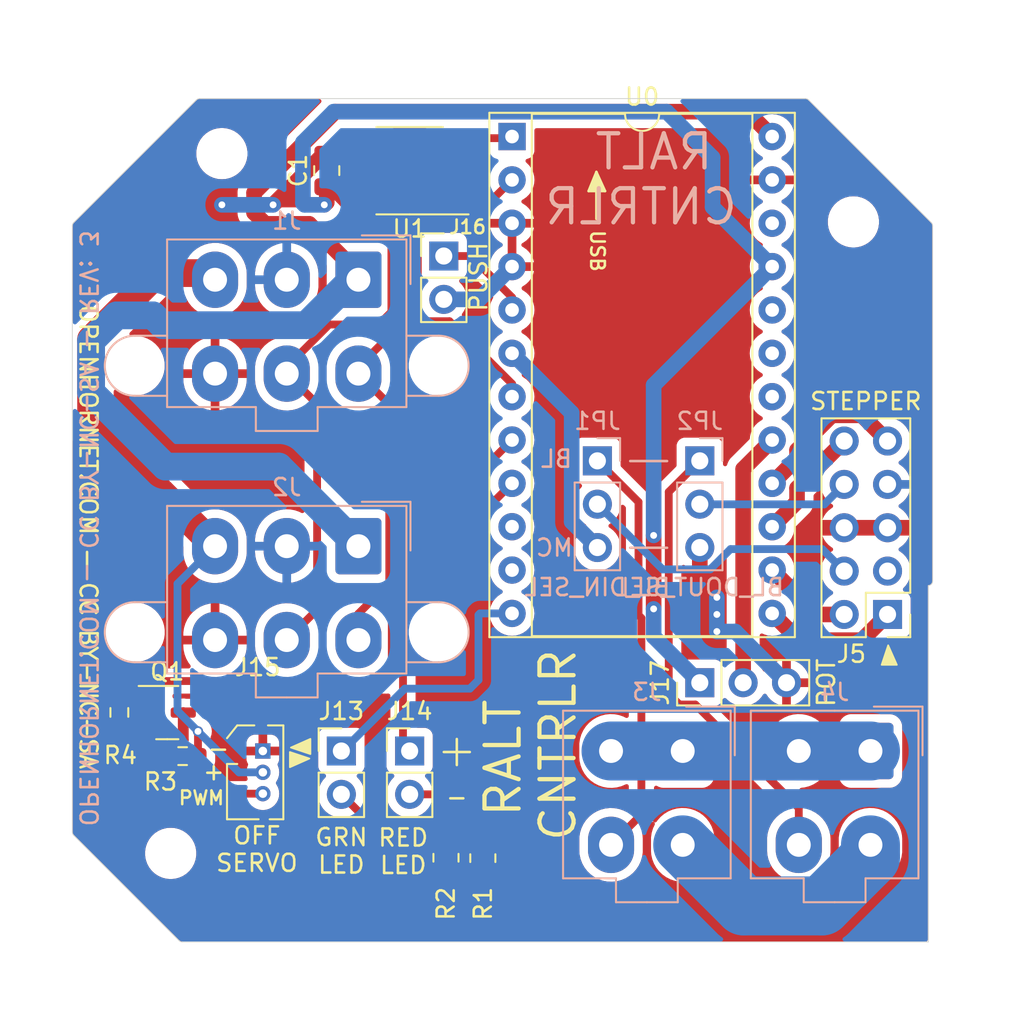
<source format=kicad_pcb>
(kicad_pcb (version 20221018) (generator pcbnew)
  (title_block (title "ABSIS NANO 2.0") (date "2024-03-09") (rev "3") (company "OPENHORNET") (comment 1 "CC BY-NC-SA"))
  (layers (0 "F.Cu" signal) (31 "B.Cu" signal) (34 "B.Paste" user) (35 "F.Paste" user) (36 "B.SilkS" user "B.Silkscreen") (37 "F.SilkS" user "F.Silkscreen") (38 "B.Mask" user) (39 "F.Mask" user) (44 "Edge.Cuts" user))
  (net 0 "")
  (net 1 "GND")
  (net 2 "+5V")
  (net 3 "/A3")
  (net 4 "/A2")
  (net 5 "/A1")
  (net 6 "/A0")
  (net 7 "/+12V_SUPPLY")
  (net 8 "/+5V_SUPPLY")
  (net 9 "/BUS-A")
  (net 10 "/BUS-B")
  (net 11 "/DATAIN")
  (net 12 "/LEDGND")
  (net 13 "/LED+5V")
  (net 14 "/DATAOUT")
  (net 15 "/~{D10A10}")
  (net 16 "/D14MISO")
  (net 17 "/LED_DOUT")
  (net 18 "/LED_DIN")
  (net 20 "/D16MOSI")
  (net 21 "/D15SCK")
  (net 22 "/~{D9A9}")
  (net 23 "/~{D6A7}")
  (net 24 "/~{D5}")
  (net 25 "/SDAD2")
  (net 26 "/D8A8")
  (net 27 "/D7")
  (net 28 "/D4A6")
  (net 29 "/RX1D0")
  (net 30 "/TX0D1")
  (net 31 "/~{SCLD3}")
  (net 32 "Net-(J13-Pin_2)")
  (net 33 "Net-(J14-Pin_2)")
  (net 34 "+3V3")
  (net 35 "Net-(J15-Pin_3)")
  (net 36 "Net-(Q1-G)")
  (footprint "Connector_PinHeader_2.54mm:PinHeader_2x05_P2.54mm_Vertical" (layer "F.Cu") (at 73.81 77.81 180)
    (fp_text reference "J5" (at 2.122 -2.316) (layer "F.SilkS"))
    (fp_text value "STEPPER" (at 1.27 12.49) (layer "F.SilkS"))
    (fp_line (start -1.33 -1.33) (end 0 -1.33) (stroke (width 0.12)) (layer "F.SilkS"))
    (fp_line (start -1.33 0) (end -1.33 -1.33) (stroke (width 0.12)) (layer "F.SilkS"))
    (fp_line (start -1.33 1.27) (end -1.33 11.49) (stroke (width 0.12)) (layer "F.SilkS"))
    (fp_line (start -1.33 1.27) (end 1.27 1.27) (stroke (width 0.12)) (layer "F.SilkS"))
    (fp_line (start -1.33 11.49) (end 3.87 11.49) (stroke (width 0.12)) (layer "F.SilkS"))
    (fp_line (start 1.27 -1.33) (end 3.87 -1.33) (stroke (width 0.12)) (layer "F.SilkS"))
    (fp_line (start 1.27 1.27) (end 1.27 -1.33) (stroke (width 0.12)) (layer "F.SilkS"))
    (fp_line (start 3.87 -1.33) (end 3.87 11.49) (stroke (width 0.12)) (layer "F.SilkS"))
    (pad "1" thru_hole rect (at 0 0 180) (size 1.7 1.7) (drill 1) (layers "*.Cu" "*.Mask") (net 15 "/~{D10A10}"))
    (pad "2" thru_hole oval (at 2.54 0 180) (size 1.7 1.7) (drill 1) (layers "*.Cu" "*.Mask") (net 20 "/D16MOSI"))
    (pad "3" thru_hole oval (at 0 2.54 180) (size 1.7 1.7) (drill 1) (layers "*.Cu" "*.Mask"))
    (pad "4" thru_hole oval (at 2.54 2.54 180) (size 1.7 1.7) (drill 1) (layers "*.Cu" "*.Mask") (net 18 "/LED_DIN"))
    (pad "5" thru_hole oval (at 0 5.08 180) (size 1.7 1.7) (drill 1) (layers "*.Cu" "*.Mask") (net 1 "GND"))
    (pad "6" thru_hole oval (at 2.54 5.08 180) (size 1.7 1.7) (drill 1) (layers "*.Cu" "*.Mask") (net 1 "GND"))
    (pad "7" thru_hole oval (at 0 7.62 180) (size 1.7 1.7) (drill 1) (layers "*.Cu" "*.Mask") (net 8 "/+5V_SUPPLY"))
    (pad "8" thru_hole oval (at 2.54 7.62 180) (size 1.7 1.7) (drill 1) (layers "*.Cu" "*.Mask") (net 17 "/LED_DOUT"))
    (pad "9" thru_hole oval (at 0 10.16 180) (size 1.7 1.7) (drill 1) (layers "*.Cu" "*.Mask") (net 21 "/D15SCK"))
    (pad "10" thru_hole oval (at 2.54 10.16 180) (size 1.7 1.7) (drill 1) (layers "*.Cu" "*.Mask") (net 16 "/D14MISO"))
  )
  (footprint "Connector_PinHeader_2.54mm:PinHeader_1x02_P2.54mm_Vertical" (layer "F.Cu") (at 41.81 85.81)
    (fp_text reference "J13" (at 0 -2.33) (layer "F.SilkS"))
    (fp_text value "GRN_LED")
    (fp_line (start -1.33 -1.33) (end 0 -1.33) (stroke (width 0.12)) (layer "F.SilkS"))
    (fp_line (start -1.33 0) (end -1.33 -1.33) (stroke (width 0.12)) (layer "F.SilkS"))
    (fp_line (start -1.33 1.27) (end -1.33 3.87) (stroke (width 0.12)) (layer "F.SilkS"))
    (fp_line (start -1.33 1.27) (end 1.33 1.27) (stroke (width 0.12)) (layer "F.SilkS"))
    (fp_line (start -1.33 3.87) (end 1.33 3.87) (stroke (width 0.12)) (layer "F.SilkS"))
    (fp_line (start 1.33 1.27) (end 1.33 3.87) (stroke (width 0.12)) (layer "F.SilkS"))
    (pad "1" thru_hole rect (at 0 0) (size 1.7 1.7) (drill 1) (layers "*.Cu" "*.Mask") (net 22 "/~{D9A9}"))
    (pad "2" thru_hole oval (at 0 2.54) (size 1.7 1.7) (drill 1) (layers "*.Cu" "*.Mask") (net 32 "Net-(J13-Pin_2)"))
  )
  (footprint "Connector_PinHeader_2.54mm:PinHeader_1x02_P2.54mm_Vertical" (layer "F.Cu") (at 45.81 85.81)
    (fp_text reference "J14" (at 0 -2.33) (layer "F.SilkS"))
    (fp_text value "RED_LED")
    (fp_line (start -1.33 -1.33) (end 0 -1.33) (stroke (width 0.12)) (layer "F.SilkS"))
    (fp_line (start -1.33 0) (end -1.33 -1.33) (stroke (width 0.12)) (layer "F.SilkS"))
    (fp_line (start -1.33 1.27) (end -1.33 3.87) (stroke (width 0.12)) (layer "F.SilkS"))
    (fp_line (start -1.33 1.27) (end 1.33 1.27) (stroke (width 0.12)) (layer "F.SilkS"))
    (fp_line (start -1.33 3.87) (end 1.33 3.87) (stroke (width 0.12)) (layer "F.SilkS"))
    (fp_line (start 1.33 1.27) (end 1.33 3.87) (stroke (width 0.12)) (layer "F.SilkS"))
    (pad "1" thru_hole rect (at 0 0) (size 1.7 1.7) (drill 1) (layers "*.Cu" "*.Mask") (net 23 "/~{D6A7}"))
    (pad "2" thru_hole oval (at 0 2.54) (size 1.7 1.7) (drill 1) (layers "*.Cu" "*.Mask") (net 33 "Net-(J14-Pin_2)"))
  )
  (footprint "OH_Footprints:Adam-Tech_1x03_P1.25mm_Vertical" (layer "F.Cu") (at 37.21 85.81)
    (fp_text reference "J15" (at -0.3 -4.9) (layer "F.SilkS"))
    (fp_text value "OFF_SERVO")
    (fp_line (start -2.1 -0.75) (end -1.5 -1.5) (stroke (width 0.12)) (layer "F.SilkS"))
    (fp_line (start -2.1 0.76) (end -2.1 4) (stroke (width 0.12)) (layer "F.SilkS"))
    (fp_line (start -2.1 0.76) (end -1.5 0.76) (stroke (width 0.12)) (layer "F.SilkS"))
    (fp_line (start -2.1 4) (end -0.25 4) (stroke (width 0.12)) (layer "F.SilkS"))
    (fp_line (start -1.5 -1.5) (end -0.5 -1.5) (stroke (width 0.12)) (layer "F.SilkS"))
    (fp_line (start 0.3 -1.5) (end 1.2 -1.5) (stroke (width 0.12)) (layer "F.SilkS"))
    (fp_line (start 0.4 4) (end 1.2 4) (stroke (width 0.12)) (layer "F.SilkS"))
    (fp_line (start 1.2 -1.5) (end 1.2 4) (stroke (width 0.12)) (layer "F.SilkS"))
    (pad "1" thru_hole rect (at 0 0) (size 0.9 0.9) (drill 0.5) (layers "*.Cu" "*.Mask") (net 1 "GND"))
    (pad "2" thru_hole oval (at 0 1.25) (size 0.9 0.9) (drill 0.5) (layers "*.Cu" "*.Mask") (net 34 "+3V3"))
    (pad "3" thru_hole oval (at 0 2.5) (size 0.9 0.9) (drill 0.5) (layers "*.Cu" "*.Mask") (net 35 "Net-(J15-Pin_3)"))
  )
  (footprint "Connector_PinHeader_2.54mm:PinHeader_1x03_P2.54mm_Vertical" (layer "F.Cu") (at 62.81 81.81 90)
    (fp_text reference "J17" (at 0 -2.33 90) (layer "F.SilkS"))
    (fp_text value "POT" (at 0 7.41 90) (layer "F.SilkS"))
    (fp_line (start -1.33 -1.33) (end 0 -1.33) (stroke (width 0.12)) (layer "F.SilkS"))
    (fp_line (start -1.33 0) (end -1.33 -1.33) (stroke (width 0.12)) (layer "F.SilkS"))
    (fp_line (start -1.33 1.27) (end -1.33 6.41) (stroke (width 0.12)) (layer "F.SilkS"))
    (fp_line (start -1.33 1.27) (end 1.33 1.27) (stroke (width 0.12)) (layer "F.SilkS"))
    (fp_line (start -1.33 6.41) (end 1.33 6.41) (stroke (width 0.12)) (layer "F.SilkS"))
    (fp_line (start 1.33 1.27) (end 1.33 6.41) (stroke (width 0.12)) (layer "F.SilkS"))
    (pad "1" thru_hole rect (at 0 0 90) (size 1.7 1.7) (drill 1) (layers "*.Cu" "*.Mask") (net 2 "+5V"))
    (pad "2" thru_hole oval (at 0 2.54 90) (size 1.7 1.7) (drill 1) (layers "*.Cu" "*.Mask") (net 6 "/A0"))
    (pad "3" thru_hole oval (at 0 5.08 90) (size 1.7 1.7) (drill 1) (layers "*.Cu" "*.Mask") (net 1 "GND"))
  )
  (footprint "MountingHole:MountingHole_2.5mm" (layer "F.Cu") (at 34.81 50.81)
    (fp_text reference "MK1" hide)
    (fp_text value "MH")
    (pad "" np_thru_hole circle (at 0 0) (size 2.5 2.5) (drill 2.5) (layers "*.Cu" "*.Mask"))
  )
  (footprint "MountingHole:MountingHole_2.5mm" (layer "F.Cu") (at 31.81 91.81)
    (fp_text reference "MK2" hide)
    (fp_text value "MH")
    (pad "" np_thru_hole circle (at 0 0) (size 2.5 2.5) (drill 2.5) (layers "*.Cu" "*.Mask"))
  )
  (footprint "MountingHole:MountingHole_2.5mm" (layer "F.Cu") (at 71.81 54.81)
    (fp_text reference "MK3" hide)
    (fp_text value "MH")
    (pad "" np_thru_hole circle (at 0 0) (size 2.5 2.5) (drill 2.5) (layers "*.Cu" "*.Mask"))
  )
  (footprint "Package_DIP:DIP-24_W15.24mm_Socket" (layer "F.Cu") (at 51.81 49.81)
    (fp_text reference "U0" (at 7.62 -2.33) (layer "F.SilkS"))
    (fp_text value "ProMicro")
    (fp_line (start -1.33 -1.39) (end -1.33 29.33) (stroke (width 0.12)) (layer "F.SilkS"))
    (fp_line (start -1.33 29.33) (end 16.57 29.33) (stroke (width 0.12)) (layer "F.SilkS"))
    (fp_line (start 1.16 -1.33) (end 1.16 29.27) (stroke (width 0.12)) (layer "F.SilkS"))
    (fp_line (start 1.16 29.27) (end 14.08 29.27) (stroke (width 0.12)) (layer "F.SilkS"))
    (fp_line (start 6.62 -1.33) (end 1.16 -1.33) (stroke (width 0.12)) (layer "F.SilkS"))
    (fp_line (start 14.08 -1.33) (end 8.62 -1.33) (stroke (width 0.12)) (layer "F.SilkS"))
    (fp_line (start 14.08 29.27) (end 14.08 -1.33) (stroke (width 0.12)) (layer "F.SilkS"))
    (fp_line (start 16.57 -1.39) (end -1.33 -1.39) (stroke (width 0.12)) (layer "F.SilkS"))
    (fp_line (start 16.57 29.33) (end 16.57 -1.39) (stroke (width 0.12)) (layer "F.SilkS"))
    (fp_arc (start 8.62 -1.33) (mid 7.62 -0.33) (end 6.62 -1.33) (stroke (width 0.12)) (layer "F.SilkS"))
    (pad "1" thru_hole rect (at 0 0) (size 1.6 1.6) (drill 0.8) (layers "*.Cu" "*.Mask") (net 30 "/TX0D1"))
    (pad "2" thru_hole oval (at 0 2.54) (size 1.6 1.6) (drill 0.8) (layers "*.Cu" "*.Mask") (net 29 "/RX1D0"))
    (pad "3" thru_hole oval (at 0 5.08) (size 1.6 1.6) (drill 0.8) (layers "*.Cu" "*.Mask") (net 1 "GND"))
    (pad "4" thru_hole oval (at 0 7.62) (size 1.6 1.6) (drill 0.8) (layers "*.Cu" "*.Mask") (net 1 "GND"))
    (pad "5" thru_hole oval (at 0 10.16) (size 1.6 1.6) (drill 0.8) (layers "*.Cu" "*.Mask") (net 25 "/SDAD2"))
    (pad "6" thru_hole oval (at 0 12.7) (size 1.6 1.6) (drill 0.8) (layers "*.Cu" "*.Mask") (net 31 "/~{SCLD3}"))
    (pad "7" thru_hole oval (at 0 15.24) (size 1.6 1.6) (drill 0.8) (layers "*.Cu" "*.Mask") (net 28 "/D4A6"))
    (pad "8" thru_hole oval (at 0 17.78) (size 1.6 1.6) (drill 0.8) (layers "*.Cu" "*.Mask") (net 24 "/~{D5}"))
    (pad "9" thru_hole oval (at 0 20.32) (size 1.6 1.6) (drill 0.8) (layers "*.Cu" "*.Mask") (net 23 "/~{D6A7}"))
    (pad "10" thru_hole oval (at 0 22.86) (size 1.6 1.6) (drill 0.8) (layers "*.Cu" "*.Mask") (net 27 "/D7"))
    (pad "11" thru_hole oval (at 0 25.4) (size 1.6 1.6) (drill 0.8) (layers "*.Cu" "*.Mask") (net 26 "/D8A8"))
    (pad "12" thru_hole oval (at 0 27.94) (size 1.6 1.6) (drill 0.8) (layers "*.Cu" "*.Mask") (net 22 "/~{D9A9}"))
    (pad "13" thru_hole oval (at 15.24 27.94) (size 1.6 1.6) (drill 0.8) (layers "*.Cu" "*.Mask") (net 15 "/~{D10A10}"))
    (pad "14" thru_hole oval (at 15.24 25.4) (size 1.6 1.6) (drill 0.8) (layers "*.Cu" "*.Mask") (net 20 "/D16MOSI"))
    (pad "15" thru_hole oval (at 15.24 22.86) (size 1.6 1.6) (drill 0.8) (layers "*.Cu" "*.Mask") (net 16 "/D14MISO"))
    (pad "16" thru_hole oval (at 15.24 20.32) (size 1.6 1.6) (drill 0.8) (layers "*.Cu" "*.Mask") (net 21 "/D15SCK"))
    (pad "17" thru_hole oval (at 15.24 17.78) (size 1.6 1.6) (drill 0.8) (layers "*.Cu" "*.Mask") (net 6 "/A0"))
    (pad "18" thru_hole oval (at 15.24 15.24) (size 1.6 1.6) (drill 0.8) (layers "*.Cu" "*.Mask") (net 5 "/A1"))
    (pad "19" thru_hole oval (at 15.24 12.7) (size 1.6 1.6) (drill 0.8) (layers "*.Cu" "*.Mask") (net 4 "/A2"))
    (pad "20" thru_hole oval (at 15.24 10.16) (size 1.6 1.6) (drill 0.8) (layers "*.Cu" "*.Mask") (net 3 "/A3"))
    (pad "21" thru_hole oval (at 15.24 7.62) (size 1.6 1.6) (drill 0.8) (layers "*.Cu" "*.Mask") (net 2 "+5V"))
    (pad "22" thru_hole oval (at 15.24 5.08) (size 1.6 1.6) (drill 0.8) (layers "*.Cu" "*.Mask"))
    (pad "23" thru_hole oval (at 15.24 2.54) (size 1.6 1.6) (drill 0.8) (layers "*.Cu" "*.Mask") (net 1 "GND"))
    (pad "24" thru_hole oval (at 15.24 0) (size 1.6 1.6) (drill 0.8) (layers "*.Cu" "*.Mask") (net 7 "/+12V_SUPPLY"))
  )
  (footprint "Package_SO:SOIC-8_3.9x4.9mm_P1.27mm" (layer "F.Cu") (at 45.81 51.81 180)
    (fp_text reference "U1" (at 0 -3.4 180) (layer "F.SilkS"))
    (fp_text value "MAX487EESA+T")
    (fp_line (start 0 -2.56) (end -3.45 -2.56) (stroke (width 0.12)) (layer "F.SilkS"))
    (fp_line (start 0 -2.56) (end 1.95 -2.56) (stroke (width 0.12)) (layer "F.SilkS"))
    (fp_line (start 0 2.56) (end -1.95 2.56) (stroke (width 0.12)) (layer "F.SilkS"))
    (fp_line (start 0 2.56) (end 1.95 2.56) (stroke (width 0.12)) (layer "F.SilkS"))
    (pad "1" smd roundrect (at -2.475 -1.905 180) (size 1.95 0.6) (layers "F.Cu" "F.Paste" "F.Mask") (net 29 "/RX1D0"))
    (pad "2" smd roundrect (at -2.475 -0.635 180) (size 1.95 0.6) (layers "F.Cu" "F.Paste" "F.Mask") (net 28 "/D4A6"))
    (pad "3" smd roundrect (at -2.475 0.635 180) (size 1.95 0.6) (layers "F.Cu" "F.Paste" "F.Mask") (net 28 "/D4A6"))
    (pad "4" smd roundrect (at -2.475 1.905 180) (size 1.95 0.6) (layers "F.Cu" "F.Paste" "F.Mask") (net 30 "/TX0D1"))
    (pad "5" smd roundrect (at 2.475 1.905 180) (size 1.95 0.6) (layers "F.Cu" "F.Paste" "F.Mask") (net 1 "GND"))
    (pad "6" smd roundrect (at 2.475 0.635 180) (size 1.95 0.6) (layers "F.Cu" "F.Paste" "F.Mask") (net 9 "/BUS-A"))
    (pad "7" smd roundrect (at 2.475 -0.635 180) (size 1.95 0.6) (layers "F.Cu" "F.Paste" "F.Mask") (net 10 "/BUS-B"))
    (pad "8" smd roundrect (at 2.475 -1.905 180) (size 1.95 0.6) (layers "F.Cu" "F.Paste" "F.Mask") (net 2 "+5V"))
  )
  (footprint "Connector_PinHeader_2.54mm:PinHeader_1x02_P2.54mm_Vertical" (layer "F.Cu") (at 47.81 56.81)
    (fp_text reference "J16" (at 1.399 -1.703) (layer "F.SilkS") (effects (font (size 0.8 0.8))))
    (fp_text value "PUSH" (at 2.034 1.218 90) (layer "F.SilkS"))
    (fp_line (start -1.33 -1.33) (end 0 -1.33) (stroke (width 0.12)) (layer "F.SilkS"))
    (fp_line (start -1.33 0) (end -1.33 -1.33) (stroke (width 0.12)) (layer "F.SilkS"))
    (fp_line (start -1.33 1.27) (end -1.33 3.87) (stroke (width 0.12)) (layer "F.SilkS"))
    (fp_line (start -1.33 1.27) (end 1.33 1.27) (stroke (width 0.12)) (layer "F.SilkS"))
    (fp_line (start -1.33 3.87) (end 1.33 3.87) (stroke (width 0.12)) (layer "F.SilkS"))
    (fp_line (start 1.33 1.27) (end 1.33 3.87) (stroke (width 0.12)) (layer "F.SilkS"))
    (pad "1" thru_hole rect (at 0 0) (size 1.7 1.7) (drill 1) (layers "*.Cu" "*.Mask") (net 25 "/SDAD2"))
    (pad "2" thru_hole oval (at 0 2.54) (size 1.7 1.7) (drill 1) (layers "*.Cu" "*.Mask") (net 1 "GND"))
  )
  (footprint "Capacitor_SMD:C_0805_2012Metric" (layer "F.Cu") (at 40.954 51.805 90)
    (fp_text reference "C1" (at 0 -1.68 90) (layer "F.SilkS"))
    (fp_text value "0.1uF")
    (fp_line (start -0.261252 -0.735) (end 0.261252 -0.735) (stroke (width 0.12)) (layer "F.SilkS"))
    (fp_line (start -0.261252 0.735) (end 0.261252 0.735) (stroke (width 0.12)) (layer "F.SilkS"))
    (pad "1" smd roundrect (at -0.95 0 90) (size 1 1.45) (layers "F.Cu" "F.Paste" "F.Mask") (net 2 "+5V"))
    (pad "2" smd roundrect (at 0.95 0 90) (size 1 1.45) (layers "F.Cu" "F.Paste" "F.Mask") (net 1 "GND"))
  )
  (footprint "Resistor_SMD:R_0805_2012Metric" (layer "F.Cu") (at 47.939 92.064 -90)
    (fp_text reference "R1" (at 2.696 -2.171 -90) (layer "F.SilkS"))
    (fp_text value "120")
    (fp_line (start -0.227064 -0.735) (end 0.227064 -0.735) (stroke (width 0.12)) (layer "F.SilkS"))
    (fp_line (start -0.227064 0.735) (end 0.227064 0.735) (stroke (width 0.12)) (layer "F.SilkS"))
    (pad "1" smd roundrect (at -0.9125 0 270) (size 1.025 1.4) (layers "F.Cu" "F.Paste" "F.Mask") (roundrect_rratio 0.243902439) (net 1 "GND"))
    (pad "2" smd roundrect (at 0.9125 0 270) (size 1.025 1.4) (layers "F.Cu" "F.Paste" "F.Mask") (roundrect_rratio 0.243902439) (net 32 "Net-(J13-Pin_2)"))
  )
  (footprint "Resistor_SMD:R_0805_2012Metric" (layer "F.Cu") (at 50.098 92.0875 90)
    (fp_text reference "R2" (at -2.6725 -2.163 90) (layer "F.SilkS"))
    (fp_text value "120")
    (fp_line (start -0.227064 -0.735) (end 0.227064 -0.735) (stroke (width 0.12)) (layer "F.SilkS"))
    (fp_line (start -0.227064 0.735) (end 0.227064 0.735) (stroke (width 0.12)) (layer "F.SilkS"))
    (pad "1" smd roundrect (at -0.9125 0 90) (size 1.025 1.4) (layers "F.Cu" "F.Paste" "F.Mask") (roundrect_rratio 0.243902439) (net 1 "GND"))
    (pad "2" smd roundrect (at 0.9125 0 90) (size 1.025 1.4) (layers "F.Cu" "F.Paste" "F.Mask") (roundrect_rratio 0.243902439) (net 33 "Net-(J14-Pin_2)"))
  )
  (footprint "Resistor_SMD:R_0603_1608Metric_Pad0.98x0.95mm_HandSolder" (layer "F.Cu") (at 28.8025 83.55 90)
    (fp_text reference "R4" (at -2.51 0.0575 180) (layer "F.SilkS"))
    (fp_text value "470")
    (fp_line (start -0.254724 -0.5225) (end 0.254724 -0.5225) (stroke (width 0.12)) (layer "F.SilkS"))
    (fp_line (start -0.254724 0.5225) (end 0.254724 0.5225) (stroke (width 0.12)) (layer "F.SilkS"))
    (pad "1" smd roundrect (at -0.9125 0 90) (size 0.975 0.95) (layers "F.Cu" "F.Paste" "F.Mask") (net 24 "/~{D5}"))
    (pad "2" smd roundrect (at 0.9125 0 90) (size 0.975 0.95) (layers "F.Cu" "F.Paste" "F.Mask") (net 36 "Net-(Q1-G)"))
  )
  (footprint "Resistor_SMD:R_0603_1608Metric_Pad0.98x0.95mm_HandSolder" (layer "F.Cu") (at 32.51 86.11)
    (fp_text reference "R3" (at -1.3 1.5) (layer "F.SilkS"))
    (fp_text value "2.2k")
    (fp_line (start -0.254724 -0.5225) (end 0.254724 -0.5225) (stroke (width 0.12)) (layer "F.SilkS"))
    (fp_line (start -0.254724 0.5225) (end 0.254724 0.5225) (stroke (width 0.12)) (layer "F.SilkS"))
    (pad "1" smd roundrect (at -0.9125 0) (size 0.975 0.95) (layers "F.Cu" "F.Paste" "F.Mask") (net 35 "Net-(J15-Pin_3)"))
    (pad "2" smd roundrect (at 0.9125 0) (size 0.975 0.95) (layers "F.Cu" "F.Paste" "F.Mask") (net 34 "+3V3"))
  )
  (footprint "Package_TO_SOT_SMD:SOT-23" (layer "F.Cu") (at 31.61 83.56)
    (fp_text reference "Q1" (at 0 -2.4) (layer "F.SilkS"))
    (fp_text value "2N7002")
    (fp_line (start 0 -1.56) (end -1.675 -1.56) (stroke (width 0.12)) (layer "F.SilkS"))
    (fp_line (start 0 -1.56) (end 0.65 -1.56) (stroke (width 0.12)) (layer "F.SilkS"))
    (fp_line (start 0 1.56) (end -0.65 1.56) (stroke (width 0.12)) (layer "F.SilkS"))
    (fp_line (start 0 1.56) (end 0.65 1.56) (stroke (width 0.12)) (layer "F.SilkS"))
    (pad "1" smd roundrect (at -0.9375 -0.95) (size 1.475 0.6) (layers "F.Cu" "F.Paste" "F.Mask") (net 36 "Net-(Q1-G)"))
    (pad "2" smd roundrect (at -0.9375 0.95) (size 1.475 0.6) (layers "F.Cu" "F.Paste" "F.Mask") (net 1 "GND"))
    (pad "3" smd roundrect (at 0.9375 0) (size 1.475 0.6) (layers "F.Cu" "F.Paste" "F.Mask") (net 35 "Net-(J15-Pin_3)"))
  )
  (footprint "Connector_Molex:Molex_Mini-Fit_Jr_5566-06A2_2x03_P4.20mm_Vertical" (layer "B.Cu") (at 42.81 58.2 180)
    (fp_text reference "J1" (at 4.2 3.45) (layer "B.SilkS") (effects (justify mirror)))
    (fp_text value "BUS IN")
    (fp_line (start -4.7 -6.8) (end -2.81 -6.8) (stroke (width 0.12)) (layer "B.SilkS"))
    (fp_line (start -4.7 -3.28) (end -2.81 -3.28) (stroke (width 0.12)) (layer "B.SilkS"))
    (fp_line (start -3.05 2.6) (end -3.05 -0.25) (stroke (width 0.12)) (layer "B.SilkS"))
    (fp_line (start -2.81 -7.46) (end 2.39 -7.46) (stroke (width 0.12)) (layer "B.SilkS"))
    (fp_line (start -2.81 2.36) (end -2.81 -7.46) (stroke (width 0.12)) (layer "B.SilkS"))
    (fp_line (start -0.2 2.6) (end -3.05 2.6) (stroke (width 0.12)) (layer "B.SilkS"))
    (fp_line (start 2.39 -8.86) (end 4.2 -8.86) (stroke (width 0.12)) (layer "B.SilkS"))
    (fp_line (start 2.39 -7.46) (end 2.39 -8.86) (stroke (width 0.12)) (layer "B.SilkS"))
    (fp_line (start 4.2 2.36) (end -2.81 2.36) (stroke (width 0.12)) (layer "B.SilkS"))
    (fp_line (start 4.2 2.36) (end 11.21 2.36) (stroke (width 0.12)) (layer "B.SilkS"))
    (fp_line (start 6.01 -8.86) (end 4.2 -8.86) (stroke (width 0.12)) (layer "B.SilkS"))
    (fp_line (start 6.01 -7.46) (end 6.01 -8.86) (stroke (width 0.12)) (layer "B.SilkS"))
    (fp_line (start 11.21 -7.46) (end 6.01 -7.46) (stroke (width 0.12)) (layer "B.SilkS"))
    (fp_line (start 11.21 2.36) (end 11.21 -7.46) (stroke (width 0.12)) (layer "B.SilkS"))
    (fp_line (start 13.1 -6.8) (end 11.21 -6.8) (stroke (width 0.12)) (layer "B.SilkS"))
    (fp_line (start 13.1 -3.28) (end 11.21 -3.28) (stroke (width 0.12)) (layer "B.SilkS"))
    (fp_arc (start -4.7 -3.28) (mid -6.46 -5.04) (end -4.7 -6.8) (stroke (width 0.12)) (layer "B.SilkS"))
    (fp_arc (start 13.1 -6.8) (mid 14.86 -5.04) (end 13.1 -3.28) (stroke (width 0.12)) (layer "B.SilkS"))
    (pad "" np_thru_hole circle (at -4.7 -5.04 180) (size 3 3) (drill 3) (layers "*.Cu" "*.Mask"))
    (pad "" np_thru_hole circle (at 13.1 -5.04 180) (size 3 3) (drill 3) (layers "*.Cu" "*.Mask"))
    (pad "1" thru_hole roundrect (at 0 0 180) (size 2.7 3.3) (drill 1.4) (layers "*.Cu" "*.Mask") (roundrect_rratio 0.09259296296) (net 7 "/+12V_SUPPLY"))
    (pad "2" thru_hole oval (at 4.2 0 180) (size 2.7 3.3) (drill 1.4) (layers "*.Cu" "*.Mask") (net 8 "/+5V_SUPPLY"))
    (pad "3" thru_hole oval (at 8.4 0 180) (size 2.7 3.3) (drill 1.4) (layers "*.Cu" "*.Mask") (net 34 "+3V3"))
    (pad "4" thru_hole oval (at 0 -5.5 180) (size 2.7 3.3) (drill 1.4) (layers "*.Cu" "*.Mask") (net 9 "/BUS-A"))
    (pad "5" thru_hole oval (at 4.2 -5.5 180) (size 2.7 3.3) (drill 1.4) (layers "*.Cu" "*.Mask") (net 10 "/BUS-B"))
    (pad "6" thru_hole oval (at 8.4 -5.5 180) (size 2.7 3.3) (drill 1.4) (layers "*.Cu" "*.Mask") (net 1 "GND"))
  )
  (footprint "Connector_Molex:Molex_Mini-Fit_Jr_5566-06A2_2x03_P4.20mm_Vertical" (layer "B.Cu") (at 42.81 73.81 180)
    (fp_text reference "J2" (at 4.2 3.45) (layer "B.SilkS") (effects (justify mirror)))
    (fp_text value "BUS OUT")
    (fp_line (start -4.7 -6.8) (end -2.81 -6.8) (stroke (width 0.12)) (layer "B.SilkS"))
    (fp_line (start -4.7 -3.28) (end -2.81 -3.28) (stroke (width 0.12)) (layer "B.SilkS"))
    (fp_line (start -3.05 2.6) (end -3.05 -0.25) (stroke (width 0.12)) (layer "B.SilkS"))
    (fp_line (start -2.81 -7.46) (end 2.39 -7.46) (stroke (width 0.12)) (layer "B.SilkS"))
    (fp_line (start -2.81 2.36) (end -2.81 -7.46) (stroke (width 0.12)) (layer "B.SilkS"))
    (fp_line (start -0.2 2.6) (end -3.05 2.6) (stroke (width 0.12)) (layer "B.SilkS"))
    (fp_line (start 2.39 -8.86) (end 4.2 -8.86) (stroke (width 0.12)) (layer "B.SilkS"))
    (fp_line (start 2.39 -7.46) (end 2.39 -8.86) (stroke (width 0.12)) (layer "B.SilkS"))
    (fp_line (start 4.2 2.36) (end -2.81 2.36) (stroke (width 0.12)) (layer "B.SilkS"))
    (fp_line (start 4.2 2.36) (end 11.21 2.36) (stroke (width 0.12)) (layer "B.SilkS"))
    (fp_line (start 6.01 -8.86) (end 4.2 -8.86) (stroke (width 0.12)) (layer "B.SilkS"))
    (fp_line (start 6.01 -7.46) (end 6.01 -8.86) (stroke (width 0.12)) (layer "B.SilkS"))
    (fp_line (start 11.21 -7.46) (end 6.01 -7.46) (stroke (width 0.12)) (layer "B.SilkS"))
    (fp_line (start 11.21 2.36) (end 11.21 -7.46) (stroke (width 0.12)) (layer "B.SilkS"))
    (fp_line (start 13.1 -6.8) (end 11.21 -6.8) (stroke (width 0.12)) (layer "B.SilkS"))
    (fp_line (start 13.1 -3.28) (end 11.21 -3.28) (stroke (width 0.12)) (layer "B.SilkS"))
    (fp_arc (start -4.7 -3.28) (mid -6.46 -5.04) (end -4.7 -6.8) (stroke (width 0.12)) (layer "B.SilkS"))
    (fp_arc (start 13.1 -6.8) (mid 14.86 -5.04) (end 13.1 -3.28) (stroke (width 0.12)) (layer "B.SilkS"))
    (pad "" np_thru_hole circle (at -4.7 -5.04 180) (size 3 3) (drill 3) (layers "*.Cu" "*.Mask"))
    (pad "" np_thru_hole circle (at 13.1 -5.04 180) (size 3 3) (drill 3) (layers "*.Cu" "*.Mask"))
    (pad "1" thru_hole roundrect (at 0 0 180) (size 2.7 3.3) (drill 1.4) (layers "*.Cu" "*.Mask") (roundrect_rratio 0.09259296296) (net 7 "/+12V_SUPPLY"))
    (pad "2" thru_hole oval (at 4.2 0 180) (size 2.7 3.3) (drill 1.4) (layers "*.Cu" "*.Mask") (net 8 "/+5V_SUPPLY"))
    (pad "3" thru_hole oval (at 8.4 0 180) (size 2.7 3.3) (drill 1.4) (layers "*.Cu" "*.Mask") (net 34 "+3V3"))
    (pad "4" thru_hole oval (at 0 -5.5 180) (size 2.7 3.3) (drill 1.4) (layers "*.Cu" "*.Mask") (net 9 "/BUS-A"))
    (pad "5" thru_hole oval (at 4.2 -5.5 180) (size 2.7 3.3) (drill 1.4) (layers "*.Cu" "*.Mask") (net 10 "/BUS-B"))
    (pad "6" thru_hole oval (at 8.4 -5.5 180) (size 2.7 3.3) (drill 1.4) (layers "*.Cu" "*.Mask") (net 1 "GND"))
  )
  (footprint "Connector_Molex:Molex_Mini-Fit_Jr_5566-04A_2x02_P4.20mm_Vertical" (layer "B.Cu") (at 61.81 85.81 180)
    (fp_text reference "J3" (at 2.1 3.45) (layer "B.SilkS") (effects (justify mirror)))
    (fp_text value "BL IN")
    (fp_line (start -3.05 2.6) (end -3.05 -0.25) (stroke (width 0.12)) (layer "B.SilkS"))
    (fp_line (start -2.81 -7.46) (end 0.29 -7.46) (stroke (width 0.12)) (layer "B.SilkS"))
    (fp_line (start -2.81 2.36) (end -2.81 -7.46) (stroke (width 0.12)) (layer "B.SilkS"))
    (fp_line (start -0.2 2.6) (end -3.05 2.6) (stroke (width 0.12)) (layer "B.SilkS"))
    (fp_line (start 0.29 -8.86) (end 2.1 -8.86) (stroke (width 0.12)) (layer "B.SilkS"))
    (fp_line (start 0.29 -7.46) (end 0.29 -8.86) (stroke (width 0.12)) (layer "B.SilkS"))
    (fp_line (start 2.1 2.36) (end -2.81 2.36) (stroke (width 0.12)) (layer "B.SilkS"))
    (fp_line (start 2.1 2.36) (end 7.01 2.36) (stroke (width 0.12)) (layer "B.SilkS"))
    (fp_line (start 3.91 -8.86) (end 2.1 -8.86) (stroke (width 0.12)) (layer "B.SilkS"))
    (fp_line (start 3.91 -7.46) (end 3.91 -8.86) (stroke (width 0.12)) (layer "B.SilkS"))
    (fp_line (start 7.01 -7.46) (end 3.91 -7.46) (stroke (width 0.12)) (layer "B.SilkS"))
    (fp_line (start 7.01 2.36) (end 7.01 -7.46) (stroke (width 0.12)) (layer "B.SilkS"))
    (pad "1" thru_hole roundrect (at 0 0 180) (size 2.7 3.3) (drill 1.4) (layers "*.Cu" "*.Mask") (roundrect_rratio 0.09259296296) (net 13 "/LED+5V"))
    (pad "2" thru_hole oval (at 4.2 0 180) (size 2.7 3.3) (drill 1.4) (layers "*.Cu" "*.Mask") (net 13 "/LED+5V"))
    (pad "3" thru_hole oval (at 0 -5.5 180) (size 2.7 3.3) (drill 1.4) (layers "*.Cu" "*.Mask") (net 12 "/LEDGND"))
    (pad "4" thru_hole oval (at 4.2 -5.5 180) (size 2.7 3.3) (drill 1.4) (layers "*.Cu" "*.Mask") (net 11 "/DATAIN"))
  )
  (footprint "Connector_Molex:Molex_Mini-Fit_Jr_5566-04A_2x02_P4.20mm_Vertical" (layer "B.Cu") (at 72.81 85.81 180)
    (fp_text reference "J4" (at 2.1 3.45) (layer "B.SilkS") (effects (justify mirror)))
    (fp_text value "BL OUT")
    (fp_line (start -3.05 2.6) (end -3.05 -0.25) (stroke (width 0.12)) (layer "B.SilkS"))
    (fp_line (start -2.81 -7.46) (end 0.29 -7.46) (stroke (width 0.12)) (layer "B.SilkS"))
    (fp_line (start -2.81 2.36) (end -2.81 -7.46) (stroke (width 0.12)) (layer "B.SilkS"))
    (fp_line (start -0.2 2.6) (end -3.05 2.6) (stroke (width 0.12)) (layer "B.SilkS"))
    (fp_line (start 0.29 -8.86) (end 2.1 -8.86) (stroke (width 0.12)) (layer "B.SilkS"))
    (fp_line (start 0.29 -7.46) (end 0.29 -8.86) (stroke (width 0.12)) (layer "B.SilkS"))
    (fp_line (start 2.1 2.36) (end -2.81 2.36) (stroke (width 0.12)) (layer "B.SilkS"))
    (fp_line (start 2.1 2.36) (end 7.01 2.36) (stroke (width 0.12)) (layer "B.SilkS"))
    (fp_line (start 3.91 -8.86) (end 2.1 -8.86) (stroke (width 0.12)) (layer "B.SilkS"))
    (fp_line (start 3.91 -7.46) (end 3.91 -8.86) (stroke (width 0.12)) (layer "B.SilkS"))
    (fp_line (start 7.01 -7.46) (end 3.91 -7.46) (stroke (width 0.12)) (layer "B.SilkS"))
    (fp_line (start 7.01 2.36) (end 7.01 -7.46) (stroke (width 0.12)) (layer "B.SilkS"))
    (pad "1" thru_hole roundrect (at 0 0 180) (size 2.7 3.3) (drill 1.4) (layers "*.Cu" "*.Mask") (roundrect_rratio 0.09259296296) (net 13 "/LED+5V"))
    (pad "2" thru_hole oval (at 4.2 0 180) (size 2.7 3.3) (drill 1.4) (layers "*.Cu" "*.Mask") (net 13 "/LED+5V"))
    (pad "3" thru_hole oval (at 0 -5.5 180) (size 2.7 3.3) (drill 1.4) (layers "*.Cu" "*.Mask") (net 12 "/LEDGND"))
    (pad "4" thru_hole oval (at 4.2 -5.5 180) (size 2.7 3.3) (drill 1.4) (layers "*.Cu" "*.Mask") (net 14 "/DATAOUT"))
  )
  (footprint "Connector_PinHeader_2.54mm:PinHeader_1x03_P2.54mm_Vertical" (layer "B.Cu") (at 56.81 68.81 180)
    (fp_text reference "JP1" (at 0 2.33) (layer "B.SilkS") (effects (justify mirror)))
    (fp_text value "BL_DIN_SEL" (at 0 -7.41) (layer "B.SilkS") (effects (justify mirror)))
    (fp_line (start -1.33 -6.41) (end 1.33 -6.41) (stroke (width 0.12)) (layer "B.SilkS"))
    (fp_line (start -1.33 -1.27) (end -1.33 -6.41) (stroke (width 0.12)) (layer "B.SilkS"))
    (fp_line (start -1.33 -1.27) (end 1.33 -1.27) (stroke (width 0.12)) (layer "B.SilkS"))
    (fp_line (start -1.33 0) (end -1.33 1.33) (stroke (width 0.12)) (layer "B.SilkS"))
    (fp_line (start -1.33 1.33) (end 0 1.33) (stroke (width 0.12)) (layer "B.SilkS"))
    (fp_line (start 1.33 -1.27) (end 1.33 -6.41) (stroke (width 0.12)) (layer "B.SilkS"))
    (pad "1" thru_hole rect (at 0 0 180) (size 1.7 1.7) (drill 1) (layers "*.Cu" "*.Mask") (net 11 "/DATAIN"))
    (pad "2" thru_hole oval (at 0 -2.54 180) (size 1.7 1.7) (drill 1) (layers "*.Cu" "*.Mask") (net 18 "/LED_DIN"))
    (pad "3" thru_hole oval (at 0 -5.08 180) (size 1.7 1.7) (drill 1) (layers "*.Cu" "*.Mask") (net 31 "/~{SCLD3}"))
  )
  (footprint "Connector_PinHeader_2.54mm:PinHeader_1x03_P2.54mm_Vertical" (layer "B.Cu") (at 62.81 68.81 180)
    (fp_text reference "JP2" (at 0 2.33) (layer "B.SilkS") (effects (justify mirror)))
    (fp_text value "BL_DOUT_SEL" (at 0 -7.41) (layer "B.SilkS") (effects (justify mirror)))
    (fp_line (start -1.33 -6.41) (end 1.33 -6.41) (stroke (width 0.12)) (layer "B.SilkS"))
    (fp_line (start -1.33 -1.27) (end -1.33 -6.41) (stroke (width 0.12)) (layer "B.SilkS"))
    (fp_line (start -1.33 -1.27) (end 1.33 -1.27) (stroke (width 0.12)) (layer "B.SilkS"))
    (fp_line (start -1.33 0) (end -1.33 1.33) (stroke (width 0.12)) (layer "B.SilkS"))
    (fp_line (start -1.33 1.33) (end 0 1.33) (stroke (width 0.12)) (layer "B.SilkS"))
    (fp_line (start 1.33 -1.27) (end 1.33 -6.41) (stroke (width 0.12)) (layer "B.SilkS"))
    (pad "1" thru_hole rect (at 0 0 180) (size 1.7 1.7) (drill 1) (layers "*.Cu" "*.Mask") (net 14 "/DATAOUT"))
    (pad "2" thru_hole oval (at 0 -2.54 180) (size 1.7 1.7) (drill 1) (layers "*.Cu" "*.Mask") (net 17 "/LED_DOUT"))
    (pad "3" thru_hole oval (at 0 -5.08 180) (size 1.7 1.7) (drill 1) (layers "*.Cu" "*.Mask") (net 1 "GND"))
  )
  (gr_line (start 58.734 68.823) (end 60.893 68.823) (stroke (width 0.15)) (layer "B.SilkS"))
  (gr_line (start 58.734 73.903) (end 60.893 73.903) (stroke (width 0.15)) (layer "B.SilkS"))
  (gr_line (start 57.26 53.004) (end 56.752 51.8864) (stroke (width 0.15)) (layer "F.SilkS"))
  (gr_line (start 56.752 54.6296) (end 56.752 51.8864) (stroke (width 0.15)) (layer "F.SilkS"))
  (gr_poly (pts (xy 39.9967 85.0999) (xy 39.9967 85.9889) (xy 38.8537 85.6079)) (stroke (width 0.1)) (fill solid) (layer "F.SilkS"))
  (gr_line (start 56.2948 53.004) (end 57.26 53.004) (stroke (width 0.15)) (layer "F.SilkS"))
  (gr_poly (pts (xy 74.355 80.761) (xy 73.466 80.761) (xy 73.847 79.618)) (stroke (width 0.1)) (fill solid) (layer "F.SilkS"))
  (gr_line (start 56.752 51.8864) (end 56.2948 53.004) (stroke (width 0.15)) (layer "F.SilkS"))
  (gr_poly (pts (xy 38.7933 86.7601) (xy 38.7933 85.8711) (xy 39.9363 86.2521)) (stroke (width 0.1)) (fill solid) (layer "F.SilkS"))
  (gr_poly (pts (xy 57.1584 52.9532) (xy 56.3964 52.9532) (xy 56.752 52.0896) (xy 56.752 52.1404)) (stroke (width 0.1)) (fill solid) (layer "F.SilkS"))
  (gr_line (start 26.127407 90.746639) (end 32.298293 96.917525) (stroke (width 0.05)) (layer "Edge.Cuts"))
  (gr_arc (start 76.453239 75.848151) (mid 76.379734 76.033326) (end 76.19924 76.117676) (stroke (width 0.05)) (layer "Edge.Cuts"))
  (gr_line (start 76.19924 96.996607) (end 76.19924 76.117676) (stroke (width 0.05)) (layer "Edge.Cuts"))
  (gr_arc (start 26.127407 90.746639) (mid 26.068878 90.659045) (end 26.048326 90.55572) (stroke (width 0.05)) (layer "Edge.Cuts"))
  (gr_arc (start 68.996355 47.587007) (mid 69.099679 47.60756) (end 69.187273 47.666089) (stroke (width 0.05)) (layer "Edge.Cuts"))
  (gr_line (start 32.489212 96.996607) (end 76.19924 96.996607) (stroke (width 0.05)) (layer "Edge.Cuts"))
  (gr_line (start 33.314293 47.666089) (end 26.127407 54.852975) (stroke (width 0.05)) (layer "Edge.Cuts"))
  (gr_arc (start 32.489211 96.996607) (mid 32.385887 96.976054) (end 32.298293 96.917525) (stroke (width 0.05)) (layer "Edge.Cuts"))
  (gr_arc (start 33.314293 47.666088) (mid 33.401887 47.607559) (end 33.505212 47.587007) (stroke (width 0.05)) (layer "Edge.Cuts"))
  (gr_arc (start 26.048326 55.043894) (mid 26.068879 54.940569) (end 26.127407 54.852975) (stroke (width 0.05)) (layer "Edge.Cuts"))
  (gr_line (start 26.048326 55.043894) (end 26.048326 90.55572) (stroke (width 0.05)) (layer "Edge.Cuts"))
  (gr_arc (start 76.374159 54.852975) (mid 76.432688 54.940569) (end 76.45324 55.043894) (stroke (width 0.05)) (layer "Edge.Cuts"))
  (gr_line (start 76.45324 75.848151) (end 76.45324 55.043894) (stroke (width 0.05)) (layer "Edge.Cuts"))
  (gr_line (start 68.996354 47.587007) (end 33.505212 47.587007) (stroke (width 0.05)) (layer "Edge.Cuts"))
  (gr_line (start 76.374159 54.852975) (end 69.187273 47.666089) (stroke (width 0.05)) (layer "Edge.Cuts"))
  (gr_text "RALT \nCNTRLR" (at 59.369 52.313) (layer "B.SilkS") (effects (font (size 2 2) (thickness 0.25)) (justify mirror)))
  (gr_text "BL" (at 54.416 68.696) (layer "B.SilkS") (effects (font (size 1 1)) (justify mirror)))
  (gr_text "MC" (at 54.289 73.903) (layer "B.SilkS") (effects (font (size 1 1)) (justify mirror)))
  (gr_text "OPENHORNET.COM - CC BY-NC-SA - REV: 3" (at 26.984 72.76 270) (layer "B.SilkS") (effects (font (size 1 1)) (justify mirror)))
  (gr_text "OPENHORNET.COM - CC BY-NC-SA" (at 26.984 73.268 270) (layer "F.SilkS") (effects (font (size 1 1))))
  (gr_text "-" (at 34.61 85.66) (layer "F.SilkS") (effects (font (size 1 1))))
  (gr_text "+" (at 34.335 87.01) (layer "F.SilkS") (effects (font (size 1 1))))
  (gr_text "OFF\nSERVO" (at 36.86 92.96) (layer "F.SilkS") (effects (font (size 1 1)) (justify bottom)))
  (gr_text "+" (at 48.574 85.714) (layer "F.SilkS") (effects (font (size 2 2))))
  (gr_text "-" (at 48.574 88.508) (layer "F.SilkS") (effects (font (size 1 1))))
  (gr_text "PWM" (at 33.61 88.56) (layer "F.SilkS") (effects (font (size 0.8 0.8))))
  (gr_text "RALT \nCNTRLR" (at 52.892 85.46 90) (layer "F.SilkS") (effects (font (size 2 2) (thickness 0.25))))
  (gr_text "RED\nLED" (at 45.435 93.085) (layer "F.SilkS") (effects (font (size 1 1)) (justify bottom)))
  (gr_text "GRN\nLED" (at 41.81 93.06) (layer "F.SilkS") (effects (font (size 1 1)) (justify bottom)))
  (gr_text "USB" (at 56.81 57.81 270) (layer "F.SilkS") (effects (font (size 0.8 0.8)) (justify right)))
  (segment (start 40.954 50.855) (end 40.765 50.855) (width 0.9144) (layer "F.Cu") (net 1))
  (segment (start 69.686 72.73) (end 69.148 73.268) (width 0.9144) (layer "F.Cu") (net 1))
  (segment (start 71.27 72.73) (end 69.686 72.73) (width 0.9144) (layer "F.Cu") (net 1))
  (segment (start 47.939 90.413) (end 47.431 89.905) (width 0.4572) (layer "F.Cu") (net 1))
  (segment (start 41.904 49.905) (end 40.954 50.855) (width 0.4572) (layer "F.Cu") (net 1))
  (segment (start 49.7875 93) (end 47.939 91.1515) (width 0.4572) (layer "F.Cu") (net 1))
  (segment (start 40.765 50.855) (end 37.81 53.81) (width 0.9144) (layer "F.Cu") (net 1))
  (segment (start 43.335 49.905) (end 41.904 49.905) (width 0.4572) (layer "F.Cu") (net 1))
  (segment (start 62.81 73.89) (end 62.81 75.81) (width 0.9144) (layer "F.Cu") (net 1))
  (segment (start 47.939 91.1515) (end 47.939 90.413) (width 0.4572) (layer "F.Cu") (net 1))
  (segment (start 50.098 93) (end 49.7875 93) (width 0.4572) (layer "F.Cu") (net 1))
  (segment (start 71.27 72.73) (end 75.73 72.73) (width 0.9144) (layer "F.Cu") (net 1))
  (via (at 37.81 53.81) (size 0.6) (drill 0.4) (layers "F.Cu" "B.Cu") (net 1))
  (via (at 63.81 77.81) (size 0.6) (drill 0.4) (layers "F.Cu" "B.Cu") (net 1))
  (via (at 63.81 76.81) (size 0.6) (drill 0.4) (layers "F.Cu" "B.Cu") (net 1))
  (via (at 34.81 53.81) (size 0.6) (drill 0.4) (layers "F.Cu" "B.Cu") (net 1))
  (via (at 63.81 78.81) (size 0.6) (drill 0.4) (layers "F.Cu" "B.Cu") (net 1))
  (segment (start 49.89 59.35) (end 51.81 57.43) (width 0.9144) (layer "B.Cu") (net 1))
  (segment (start 47.81 59.35) (end 49.89 59.35) (width 0.9144) (layer "B.Cu") (net 1))
  (segment (start 64.89 78.81) (end 63.81 78.81) (width 0.9144) (layer "B.Cu") (net 1))
  (segment (start 37.81 53.81) (end 34.81 53.81) (width 0.9144) (layer "B.Cu") (net 1))
  (segment (start 63.81 76.81) (end 63.81 78.81) (width 0.9144) (layer "B.Cu") (net 1))
  (segment (start 67.89 81.81) (end 64.89 78.81) (width 0.9144) (layer "B.Cu") (net 1))
  (segment (start 40.954 53.666) (end 40.81 53.81) (width 0.9144) (layer "F.Cu") (net 2))
  (segment (start 41.914 53.715) (end 40.954 52.755) (width 0.4572) (layer "F.Cu") (net 2))
  (segment (start 40.954 52.755) (end 40.954 53.666) (width 0.9144) (layer "F.Cu") (net 2))
  (segment (start 60.1056 73.1791) (end 60.1056 77.4844) (width 0.9144) (layer "F.Cu") (net 2))
  (segment (start 43.335 53.715) (end 41.914 53.715) (width 0.4572) (layer "F.Cu") (net 2))
  (via (at 60.1056 73.1791) (size 0.6) (drill 0.4) (layers "F.Cu" "B.Cu") (net 2))
  (via (at 40.81 53.81) (size 0.6) (drill 0.4) (layers "F.Cu" "B.Cu") (net 2))
  (via (at 60.1056 77.4844) (size 0.6) (drill 0.4) (layers "F.Cu" "B.Cu") (net 2))
  (segment (start 39.657 53.81) (end 39.557 53.71) (width 0.9144) (layer "B.Cu") (net 2))
  (segment (start 60.869799 48.352799) (end 63.56 51.043) (width 0.9144) (layer "B.Cu") (net 2))
  (segment (start 39.557 53.71) (end 39.557 50.154) (width 0.9144) (layer "B.Cu") (net 2))
  (segment (start 67.05 57.43) (end 60.1056 64.3744) (width 0.9144) (layer "B.Cu") (net 2))
  (segment (start 60.1056 64.3744) (end 60.1056 73.1791) (width 0.9144) (layer "B.Cu") (net 2))
  (segment (start 63.56 51.043) (end 63.56 53.94) (width 0.9144) (layer "B.Cu") (net 2))
  (segment (start 41.358201 48.352799) (end 60.869799 48.352799) (width 0.9144) (layer "B.Cu") (net 2))
  (segment (start 60.1056 79.1056) (end 62.81 81.81) (width 0.9144) (layer "B.Cu") (net 2))
  (segment (start 39.557 50.154) (end 41.358201 48.352799) (width 0.9144) (layer "B.Cu") (net 2))
  (segment (start 60.1056 77.4844) (end 60.1056 79.1056) (width 0.9144) (layer "B.Cu") (net 2))
  (segment (start 63.56 53.94) (end 67.05 57.43) (width 0.9144) (layer "B.Cu") (net 2))
  (segment (start 40.81 53.81) (end 39.657 53.81) (width 0.9144) (layer "B.Cu") (net 2))
  (segment (start 65.35 69.29) (end 67.05 67.59) (width 0.9144) (layer "F.Cu") (net 6))
  (segment (start 65.35 81.81) (end 65.35 69.29) (width 0.9144) (layer "F.Cu") (net 6))
  (segment (start 42.81 58.2) (end 42.81 57.81) (width 0.9144) (layer "F.Cu") (net 7))
  (segment (start 65.592799 48.352799) (end 67.05 49.81) (width 0.9144) (layer "F.Cu") (net 7))
  (segment (start 36.69559 53.10542) (end 41.448211 48.352799) (width 0.9144) (layer "F.Cu") (net 7))
  (segment (start 42.81 57.81) (end 39.92441 54.92441) (width 0.9144) (layer "F.Cu") (net 7))
  (segment (start 41.448211 48.352799) (end 65.592799 48.352799) (width 0.9144) (layer "F.Cu") (net 7))
  (segment (start 37.348396 54.92441) (end 36.69559 54.271604) (width 0.9144) (layer "F.Cu") (net 7))
  (segment (start 39.92441 54.92441) (end 37.348396 54.92441) (width 0.9144) (layer "F.Cu") (net 7))
  (segment (start 36.69559 54.271604) (end 36.69559 53.10542) (width 0.9144) (layer "F.Cu") (net 7))
  (segment (start 27.147199 64.795199) (end 31.49919 69.14719) (width 1.6256) (layer "B.Cu") (net 7))
  (segment (start 31.347149 60.8628) (end 30.771548 60.287199) (width 1.6256) (layer "B.Cu") (net 7))
  (segment (start 28.648452 60.287199) (end 27.147199 61.788452) (width 1.6256) (layer "B.Cu") (net 7))
  (segment (start 30.771548 60.287199) (end 28.648452 60.287199) (width 1.6256) (layer "B.Cu") (net 7))
  (segment (start 31.49919 69.14719) (end 38.14719 69.14719) (width 1.6256) (layer "B.Cu") (net 7))
  (segment (start 39.7572 60.8628) (end 31.347149 60.8628) (width 1.6256) (layer "B.Cu") (net 7))
  (segment (start 42.81 58.2) (end 42.42 58.2) (width 1.6256) (layer "B.Cu") (net 7))
  (segment (start 38.14719 69.14719) (end 42.81 73.81) (width 1.6256) (layer "B.Cu") (net 7))
  (segment (start 27.147199 61.788452) (end 27.147199 64.795199) (width 1.6256) (layer "B.Cu") (net 7))
  (segment (start 42.42 58.2) (end 39.7572 60.8628) (width 1.6256) (layer "B.Cu") (net 7))
  (segment (start 42.81 63.31) (end 42.81 63.7) (width 0.4572) (layer "F.Cu") (net 9))
  (segment (start 45.399 52.264) (end 45.399 60.721) (width 0.4572) (layer "F.Cu") (net 9))
  (segment (start 42.81 77.762) (end 42.81 79.31) (width 0.4572) (layer "F.Cu") (net 9))
  (segment (start 44.31 51.175) (end 45.399 52.264) (width 0.4572) (layer "F.Cu") (net 9))
  (segment (start 44.6172 65.5072) (end 44.6172 75.9548) (width 0.4572) (layer "F.Cu") (net 9))
  (segment (start 44.6172 75.9548) (end 42.81 77.762) (width 0.4572) (layer "F.Cu") (net 9))
  (segment (start 45.399 60.721) (end 42.81 63.31) (width 0.4572) (layer "F.Cu") (net 9))
  (segment (start 43.335 51.175) (end 44.31 51.175) (width 0.4572) (layer "F.Cu") (net 9))
  (segment (start 42.81 63.7) (end 44.6172 65.5072) (width 0.4572) (layer "F.Cu") (net 9))
  (segment (start 44.002 60.822) (end 41.098 60.822) (width 0.4572) (layer "F.Cu") (net 10))
  (segment (start 43.335 52.445) (end 44.31 52.445) (width 0.4572) (layer "F.Cu") (net 10))
  (segment (start 44.741789 52.876789) (end 44.741789 60.082211) (width 0.4572) (layer "F.Cu") (net 10))
  (segment (start 40.38861 77.53139) (end 38.61 79.31) (width 0.4572) (layer "F.Cu") (net 10))
  (segment (start 44.741789 60.082211) (end 44.002 60.822) (width 0.4572) (layer "F.Cu") (net 10))
  (segment (start 41.098 60.822) (end 38.61 63.31) (width 0.4572) (layer "F.Cu") (net 10))
  (segment (start 38.61 63.31) (end 38.61 63.7) (width 0.4572) (layer "F.Cu") (net 10))
  (segment (start 40.38861 65.47861) (end 40.38861 77.53139) (width 0.4572) (layer "F.Cu") (net 10))
  (segment (start 38.61 63.7) (end 40.38861 65.47861) (width 0.4572) (layer "F.Cu") (net 10))
  (segment (start 44.31 52.445) (end 44.741789 52.876789) (width 0.4572) (layer "F.Cu") (net 10))
  (segment (start 59.219789 71.219789) (end 59.219789 77.851314) (width 0.4572) (layer "F.Cu") (net 11))
  (segment (start 59.219789 77.851314) (end 59.38861 78.020135) (width 0.4572) (layer "F.Cu") (net 11))
  (segment (start 59.38861 89.53139) (end 57.61 91.31) (width 0.4572) (layer "F.Cu") (net 11))
  (segment (start 59.38861 78.020135) (end 59.38861 89.53139) (width 0.4572) (layer "F.Cu") (net 11))
  (segment (start 56.81 68.81) (end 59.219789 71.219789) (width 0.4572) (layer "F.Cu") (net 11))
  (segment (start 69.967464 94.88721) (end 65.38721 94.88721) (width 3.4544) (layer "B.Cu") (net 12))
  (segment (start 65.38721 94.88721) (end 61.81 91.31) (width 3.4544) (layer "B.Cu") (net 12))
  (segment (start 72.81 92.044674) (end 69.967464 94.88721) (width 3.4544) (layer "B.Cu") (net 12))
  (segment (start 72.81 91.31) (end 72.81 92.044674) (width 3.4544) (layer "B.Cu") (net 12))
  (segment (start 68.61 85.81) (end 72.81 85.81) (width 3.4544) (layer "B.Cu") (net 13))
  (segment (start 61.81 85.81) (end 68.61 85.81) (width 3.4544) (layer "B.Cu") (net 13))
  (segment (start 57.61 85.81) (end 61.81 85.81) (width 3.4544) (layer "B.Cu") (net 13))
  (segment (start 61.617119 83.088601) (end 62.548301 83.088601) (width 0.4572) (layer "F.Cu") (net 14))
  (segment (start 60.991411 70.628589) (end 60.991411 82.462893) (width 0.4572) (layer "F.Cu") (net 14))
  (segment (start 62.548301 83.088601) (end 68.61 89.1503) (width 0.4572) (layer "F.Cu") (net 14))
  (segment (start 60.991411 82.462893) (end 61.617119 83.088601) (width 0.4572) (layer "F.Cu") (net 14))
  (segment (start 68.61 89.1503) (end 68.61 91.31) (width 0.4572) (layer "F.Cu") (net 14))
  (segment (start 62.81 68.81) (end 60.991411 70.628589) (width 0.4572) (layer "F.Cu") (net 14))
  (segment (start 67.05 77.75) (end 68.617201 79.317201) (width 0.9144) (layer "F.Cu") (net 15))
  (segment (start 72.302799 79.317201) (end 73.81 77.81) (width 0.9144) (layer "F.Cu") (net 15))
  (segment (start 68.617201 79.317201) (end 72.302799 79.317201) (width 0.9144) (layer "F.Cu") (net 15))
  (segment (start 68.507201 70.412799) (end 71.27 67.65) (width 0.9144) (layer "F.Cu") (net 16))
  (segment (start 68.507201 71.212799) (end 68.507201 70.412799) (width 0.9144) (layer "F.Cu") (net 16))
  (segment (start 67.05 72.67) (end 68.507201 71.212799) (width 0.9144) (layer "F.Cu") (net 16))
  (segment (start 70.101399 71.358601) (end 62.818601 71.358601) (width 0.4572) (layer "B.Cu") (net 17))
  (segment (start 62.818601 71.358601) (end 62.81 71.35) (width 0.4572) (layer "B.Cu") (net 17))
  (segment (start 71.27 70.19) (end 70.101399 71.358601) (width 0.4572) (layer "B.Cu") (net 17))
  (segment (start 63.423729 75.168601) (end 60.628601 75.168601) (width 0.4572) (layer "B.Cu") (net 18))
  (segment (start 60.628601 75.168601) (end 56.81 71.35) (width 0.4572) (layer "B.Cu") (net 18))
  (segment (start 64.610931 73.981399) (end 63.423729 75.168601) (width 0.4572) (layer "B.Cu") (net 18))
  (segment (start 71.27 75.27) (end 69.981399 73.981399) (width 0.4572) (layer "B.Cu") (net 18))
  (segment (start 69.981399 73.981399) (end 64.610931 73.981399) (width 0.4572) (layer "B.Cu") (net 18))
  (segment (start 71.27 77.81) (end 69.65 77.81) (width 0.9144) (layer "F.Cu") (net 20))
  (segment (start 69.65 77.81) (end 67.05 75.21) (width 0.9144) (layer "F.Cu") (net 20))
  (segment (start 70.546543 66.142799) (end 72.302799 66.142799) (width 0.9144) (layer "F.Cu") (net 21))
  (segment (start 68.507201 68.182141) (end 70.546543 66.142799) (width 0.9144) (layer "F.Cu") (net 21))
  (segment (start 72.302799 66.142799) (end 73.81 67.65) (width 0.9144) (layer "F.Cu") (net 21))
  (segment (start 68.507201 68.672799) (end 68.507201 68.182141) (width 0.9144) (layer "F.Cu") (net 21))
  (segment (start 67.05 70.13) (end 68.507201 68.672799) (width 0.9144) (layer "F.Cu") (net 21))
  (segment (start 41.81 85.81) (end 41.874 85.81) (width 0.4572) (layer "B.Cu") (net 22))
  (segment (start 45.526 82.158) (end 49.336 82.158) (width 0.4572) (layer "B.Cu") (net 22))
  (segment (start 49.934 77.75) (end 51.81 77.75) (width 0.4572) (layer "B.Cu") (net 22))
  (segment (start 49.844 77.84) (end 49.934 77.75) (width 0.4572) (layer "B.Cu") (net 22))
  (segment (start 41.874 85.81) (end 45.526 82.158) (width 0.4572) (layer "B.Cu") (net 22))
  (segment (start 49.336 82.158) (end 49.844 81.65) (width 0.4572) (layer "B.Cu") (net 22))
  (segment (start 49.844 81.65) (end 49.844 77.84) (width 0.4572) (layer "B.Cu") (net 22))
  (segment (start 45.81 85.81) (end 45.421211 85.421211) (width 0.4572) (layer "F.Cu") (net 23))
  (segment (start 45.421211 77.690789) (end 50.098 73.014) (width 0.4572) (layer "F.Cu") (net 23))
  (segment (start 50.098 73.014) (end 50.098 71.842) (width 0.4572) (layer "F.Cu") (net 23))
  (segment (start 45.421211 85.421211) (end 45.421211 77.690789) (width 0.4572) (layer "F.Cu") (net 23))
  (segment (start 50.098 71.842) (end 51.81 70.13) (width 0.4572) (layer "F.Cu") (net 23))
  (segment (start 49.336 70.064) (end 51.81 67.59) (width 0.4572) (layer "F.Cu") (net 24))
  (segment (start 49.336 72.506) (end 49.336 70.064) (width 0.4572) (layer "F.Cu") (net 24))
  (segment (start 27.8989 83.5589) (end 27.8989 82.111592) (width 0.4572) (layer "F.Cu") (net 24))
  (segment (start 27.8989 82.111592) (end 28.300492 81.71) (width 0.4572) (layer "F.Cu") (net 24))
  (segment (start 44.764 81.406) (end 44.764 77.078) (width 0.4572) (layer "F.Cu") (net 24))
  (segment (start 44.46 81.71) (end 44.764 81.406) (width 0.4572) (layer "F.Cu") (net 24))
  (segment (start 44.764 77.078) (end 49.336 72.506) (width 0.4572) (layer "F.Cu") (net 24))
  (segment (start 28.300492 81.71) (end 44.46 81.71) (width 0.4572) (layer "F.Cu") (net 24))
  (segment (start 28.8025 84.4625) (end 27.8989 83.5589) (width 0.4572) (layer "F.Cu") (net 24))
  (segment (start 51.81 59.232) (end 49.388 56.81) (width 0.4572) (layer "F.Cu") (net 25))
  (segment (start 49.388 56.81) (end 47.81 56.81) (width 0.4572) (layer "F.Cu") (net 25))
  (segment (start 51.81 59.97) (end 51.81 59.232) (width 0.4572) (layer "F.Cu") (net 25))
  (segment (start 49.585 51.175) (end 49.834 51.424) (width 0.4572) (layer "F.Cu") (net 28))
  (segment (start 49.585 52.445) (end 49.844 52.186) (width 0.4572) (layer "F.Cu") (net 28))
  (segment (start 48.14293 60.6286) (end 51.81 64.29567) (width 0.4572) (layer "F.Cu") (net 28))
  (segment (start 47.31 52.445) (end 46.288 53.467) (width 0.4572) (layer "F.Cu") (net 28))
  (segment (start 49.844 52.186) (end 49.834 52.176) (width 0.4572) (layer "F.Cu") (net 28))
  (segment (start 46.288 60.6286) (end 48.14293 60.6286) (width 0.4572) (layer "F.Cu") (net 28))
  (segment (start 48.285 51.175) (end 49.585 51.175) (width 0.4572) (layer "F.Cu") (net 28))
  (segment (start 46.288 53.467) (end 46.288 60.6286) (width 0.4572) (layer "F.Cu") (net 28))
  (segment (start 49.834 52.176) (end 49.834 51.424) (width 0.4572) (layer "F.Cu") (net 28))
  (segment (start 48.285 52.445) (end 49.585 52.445) (width 0.4572) (layer "F.Cu") (net 28))
  (segment (start 51.81 64.29567) (end 51.81 65.05) (width 0.4572) (layer "F.Cu") (net 28))
  (segment (start 48.285 52.445) (end 47.31 52.445) (width 0.4572) (layer "F.Cu") (net 28))
  (segment (start 48.285 53.715) (end 50.445 53.715) (width 0.4572) (layer "F.Cu") (net 29))
  (segment (start 50.445 53.715) (end 51.81 52.35) (width 0.4572) (layer "F.Cu") (net 29))
  (segment (start 51.715 49.905) (end 51.81 49.81) (width 0.4572) (layer "F.Cu") (net 30))
  (segment (start 48.285 49.905) (end 51.715 49.905) (width 0.4572) (layer "F.Cu") (net 30))
  (segment (start 55.302799 66.002799) (end 51.81 62.51) (width 0.9144) (layer "B.Cu") (net 31))
  (segment (start 56.81 73.89) (end 55.302799 72.382799) (width 0.9144) (layer "B.Cu") (net 31))
  (segment (start 55.302799 72.382799) (end 55.302799 66.002799) (width 0.9144) (layer "B.Cu") (net 31))
  (segment (start 45.5475 92.0875) (end 47.05 92.0875) (width 0.4572) (layer "F.Cu") (net 32))
  (segment (start 47.05 92.0875) (end 47.939 92.9765) (width 0.4572) (layer "F.Cu") (net 32))
  (segment (start 41.81 88.35) (end 45.5475 92.0875) (width 0.4572) (layer "F.Cu") (net 32))
  (segment (start 45.81 88.35) (end 47.273 88.35) (width 0.4572) (layer "F.Cu") (net 33))
  (segment (start 47.273 88.35) (end 50.098 91.175) (width 0.4572) (layer "F.Cu") (net 33))
  (segment (start 27.147199 66.547199) (end 34.41 73.81) (width 1.6256) (layer "F.Cu") (net 34))
  (segment (start 33.41 84.66) (end 33.41 86.0975) (width 0.4572) (layer "F.Cu") (net 34))
  (segment (start 33.41 86.0975) (end 33.4225 86.11) (width 0.4572) (layer "F.Cu") (net 34))
  (segment (start 34.02 57.81) (end 31.031054 57.81) (width 1.6256) (layer "F.Cu") (net 34))
  (segment (start 34.41 58.2) (end 34.02 57.81) (width 1.6256) (layer "F.Cu") (net 34))
  (segment (start 31.031054 57.81) (end 27.147199 61.693855) (width 1.6256) (layer "F.Cu") (net 34))
  (segment (start 27.147199 61.693855) (end 27.147199 66.547199) (width 1.6256) (layer "F.Cu") (net 34))
  (via (at 33.41 84.66) (size 0.6) (drill 0.4) (layers "F.Cu" "B.Cu") (net 34))
  (segment (start 37.21 87.06) (end 35.81 87.06) (width 0.4572) (layer "B.Cu") (net 34))
  (segment (start 32.21 76.01) (end 32.21 83.46) (width 0.4572) (layer "B.Cu") (net 34))
  (segment (start 35.81 87.06) (end 33.41 84.66) (width 0.4572) (layer "B.Cu") (net 34))
  (segment (start 32.21 83.46) (end 33.41 84.66) (width 0.4572) (layer "B.Cu") (net 34))
  (segment (start 34.41 73.81) (end 32.21 76.01) (width 0.4572) (layer "B.Cu") (net 34))
  (segment (start 37.21 88.31) (end 33.7975 88.31) (width 0.4572) (layer "F.Cu") (net 35))
  (segment (start 33.7975 88.31) (end 31.5975 86.11) (width 0.4572) (layer "F.Cu") (net 35))
  (segment (start 32.5475 83.56) (end 32.5475 85.16) (width 0.635) (layer "F.Cu") (net 35))
  (segment (start 32.5475 85.16) (end 31.5975 86.11) (width 0.635) (layer "F.Cu") (net 35))
  (segment (start 30.6725 82.61) (end 28.83 82.61) (width 0.4572) (layer "F.Cu") (net 36))
  (segment (start 28.83 82.61) (end 28.8025 82.6375) (width 0.4572) (layer "F.Cu") (net 36))
  (zone (net 1) (net_name "GND") (layer "F.Cu") (connect_pads (clearance 0.508)) (min_thickness 0.254) (fill yes (thermal_gap 0.508) (thermal_bridge_width 0.508))
    (polygon (pts (xy 81.81 101.81) (xy 21.81 101.81) (xy 21.81 41.81) (xy 81.81 41.81)))
  )
  (zone (net 8) (net_name "/+5V_SUPPLY") (layer "B.Cu") (connect_pads (clearance 0.508)) (min_thickness 0.254) (fill yes (thermal_gap 0.508) (thermal_bridge_width 0.508))
    (polygon (pts (xy 81.81 101.81) (xy 21.81 101.81) (xy 21.81 41.81) (xy 81.81 41.81)))
  )
)
</source>
